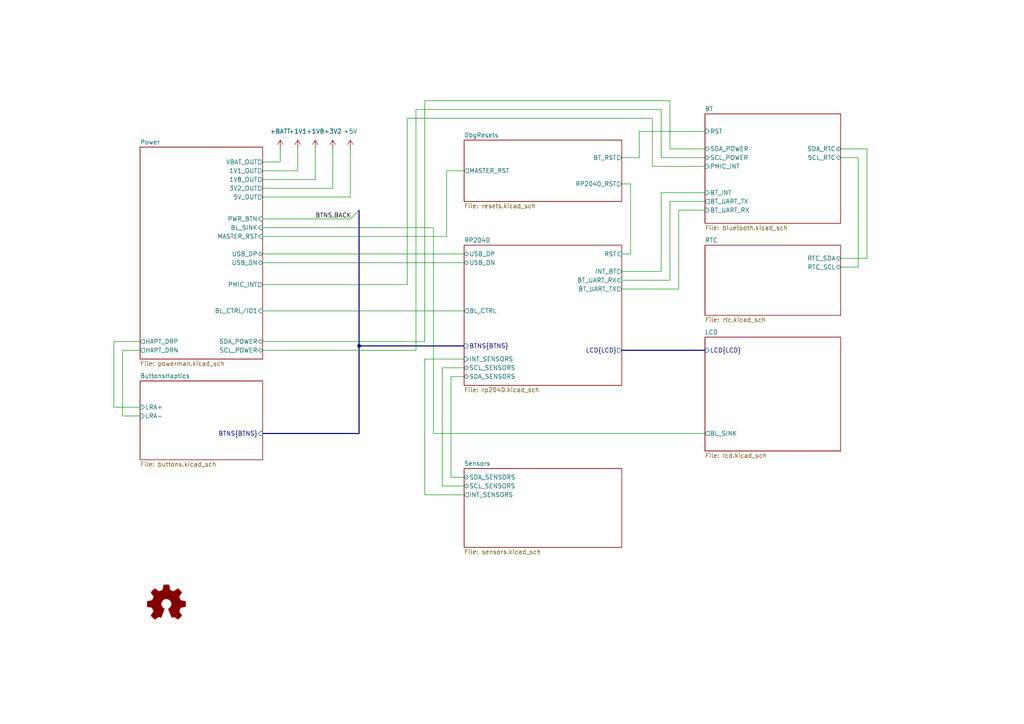
<source format=kicad_sch>
(kicad_sch (version 20211123) (generator eeschema)
  (paper "A4")
  (title_block (title "Block Diagram") (rev "A") (company "Matthew Mirvish") (comment 1 "MWatch -- a cool smartwatch"))
  (lib_symbols
    (symbol "3v2:+3V2" (power) (pin_names (offset 0))
      (property "Value" "+3V2" (at 0 3.556 0))
      (symbol "+3V2_0_1"
        (polyline (pts (xy -0.762 1.27) (xy 0 2.54)))
        (polyline (pts (xy 0 0) (xy 0 2.54)))
        (polyline (pts (xy 0 2.54) (xy 0.762 1.27)))
      )
      (symbol "+3V2_1_1"
        (pin power_in line (at 0 0 90) (length 0) hide (name "+3V2") (number "1"))
      )
    )
    (symbol "Graphic:Logo_Open_Hardware_Small" (pin_names (offset 1.016))
      (symbol "Logo_Open_Hardware_Small_0_1"
        (polyline (pts (xy 3.3528 -4.3434) (xy 3.302 -4.318) (xy 3.175 -4.2418) (xy 2.9972 -4.1148) (xy 2.7686 -3.9624) (xy 2.54 -3.81) (xy 2.3622 -3.7084) (xy 2.2352 -3.6068) (xy 2.1844 -3.5814) (xy 2.159 -3.6068) (xy 2.0574 -3.6576) (xy 1.905 -3.7338) (xy 1.8034 -3.7846) (xy 1.6764 -3.8354) (xy 1.6002 -3.8354) (xy 1.6002 -3.8354) (xy 1.5494 -3.7338) (xy 1.4732 -3.5306) (xy 1.3462 -3.302) (xy 1.2446 -3.0226) (xy 1.1176 -2.7178) (xy 0.9652 -2.413) (xy 0.8636 -2.1082) (xy 0.7366 -1.8288) (xy 0.6604 -1.6256) (xy 0.6096 -1.4732) (xy 0.5842 -1.397) (xy 0.5842 -1.397) (xy 0.6604 -1.3208) (xy 0.7874 -1.2446) (xy 1.0414 -1.016) (xy 1.2954 -0.6858) (xy 1.4478 -0.3302) (xy 1.524 0.0762) (xy 1.4732 0.4572) (xy 1.3208 0.8128) (xy 1.0668 1.143) (xy 0.762 1.3716) (xy 0.4064 1.524) (xy 0 1.5748) (xy -0.381 1.5494) (xy -0.7366 1.397) (xy -1.0668 1.143) (xy -1.2192 0.9906) (xy -1.397 0.6604) (xy -1.524 0.3048) (xy -1.524 0.2286) (xy -1.4986 -0.1778) (xy -1.397 -0.5334) (xy -1.1938 -0.8636) (xy -0.9144 -1.143) (xy -0.8636 -1.1684) (xy -0.7366 -1.27) (xy -0.635 -1.3462) (xy -0.5842 -1.397) (xy -1.0668 -2.5908) (xy -1.143 -2.794) (xy -1.2954 -3.1242) (xy -1.397 -3.4036) (xy -1.4986 -3.6322) (xy -1.5748 -3.7846) (xy -1.6002 -3.8354) (xy -1.6002 -3.8354) (xy -1.651 -3.8354) (xy -1.7272 -3.81) (xy -1.905 -3.7338) (xy -2.0066 -3.683) (xy -2.1336 -3.6068) (xy -2.2098 -3.5814) (xy -2.2606 -3.6068) (xy -2.3622 -3.683) (xy -2.54 -3.81) (xy -2.7686 -3.9624) (xy -2.9718 -4.0894) (xy -3.1496 -4.2164) (xy -3.302 -4.318) (xy -3.3528 -4.3434) (xy -3.3782 -4.3434) (xy -3.429 -4.318) (xy -3.5306 -4.2164) (xy -3.7084 -4.064) (xy -3.937 -3.8354) (xy -3.9624 -3.81) (xy -4.1656 -3.6068) (xy -4.318 -3.4544) (xy -4.4196 -3.3274) (xy -4.445 -3.2766) (xy -4.445 -3.2766) (xy -4.4196 -3.2258) (xy -4.318 -3.0734) (xy -4.2164 -2.8956) (xy -4.064 -2.667) (xy -3.6576 -2.0828) (xy -3.8862 -1.5494) (xy -3.937 -1.3716) (xy -4.0386 -1.1684) (xy -4.0894 -1.0414) (xy -4.1148 -0.9652) (xy -4.191 -0.9398) (xy -4.318 -0.9144) (xy -4.5466 -0.8636) (xy -4.8006 -0.8128) (xy -5.0546 -0.7874) (xy -5.2578 -0.7366) (xy -5.4356 -0.7112) (xy -5.5118 -0.6858) (xy -5.5118 -0.6858) (xy -5.5372 -0.635) (xy -5.5372 -0.5588) (xy -5.5372 -0.4318) (xy -5.5626 -0.2286) (xy -5.5626 0.0762) (xy -5.5626 0.127) (xy -5.5372 0.4064) (xy -5.5372 0.635) (xy -5.5372 0.762) (xy -5.5372 0.8382) (xy -5.5372 0.8382) (xy -5.461 0.8382) (xy -5.3086 0.889) (xy -5.08 0.9144) (xy -4.826 0.9652) (xy -4.8006 0.9906) (xy -4.5466 1.0414) (xy -4.318 1.0668) (xy -4.1656 1.1176) (xy -4.0894 1.143) (xy -4.0894 1.143) (xy -4.0386 1.2446) (xy -3.9624 1.4224) (xy -3.8608 1.6256) (xy -3.7846 1.8288) (xy -3.7084 2.0066) (xy -3.6576 2.159) (xy -3.6322 2.2098) (xy -3.6322 2.2098) (xy -3.683 2.286) (xy -3.7592 2.413) (xy -3.8862 2.5908) (xy -4.064 2.8194) (xy -4.064 2.8448) (xy -4.2164 3.0734) (xy -4.3434 3.2512) (xy -4.4196 3.3782) (xy -4.445 3.4544) (xy -4.445 3.4544) (xy -4.3942 3.5052) (xy -4.2926 3.6322) (xy -4.1148 3.81) (xy -3.937 4.0132) (xy -3.8608 4.064) (xy -3.6576 4.2926) (xy -3.5052 4.4196) (xy -3.4036 4.4958) (xy -3.3528 4.5212) (xy -3.3528 4.5212) (xy -3.302 4.4704) (xy -3.1496 4.3688) (xy -2.9718 4.2418) (xy -2.7432 4.0894) (xy -2.7178 4.0894) (xy -2.4892 3.937) (xy -2.3114 3.81) (xy -2.1844 3.7084) (xy -2.1336 3.683) (xy -2.1082 3.683) (xy -2.032 3.7084) (xy -1.8542 3.7592) (xy -1.6764 3.8354) (xy -1.4732 3.937) (xy -1.27 4.0132) (xy -1.143 4.064) (xy -1.0668 4.1148) (xy -1.0668 4.1148) (xy -1.0414 4.191) (xy -1.016 4.3434) (xy -0.9652 4.572) (xy -0.9144 4.8514) (xy -0.889 4.9022) (xy -0.8382 5.1562) (xy -0.8128 5.3848) (xy -0.7874 5.5372) (xy -0.762 5.588) (xy -0.7112 5.6134) (xy -0.5842 5.6134) (xy -0.4064 5.6134) (xy -0.1524 5.6134) (xy 0.0762 5.6134) (xy 0.3302 5.6134) (xy 0.5334 5.6134) (xy 0.6858 5.588) (xy 0.7366 5.588) (xy 0.7366 5.588) (xy 0.762 5.5118) (xy 0.8128 5.334) (xy 0.8382 5.1054) (xy 0.9144 4.826) (xy 0.9144 4.7752) (xy 0.9652 4.5212) (xy 1.016 4.2926) (xy 1.0414 4.1402) (xy 1.0668 4.0894) (xy 1.0668 4.0894) (xy 1.1938 4.0386) (xy 1.3716 3.9624) (xy 1.5748 3.8608) (xy 2.0828 3.6576) (xy 2.7178 4.0894) (xy 2.7686 4.1402) (xy 2.9972 4.2926) (xy 3.175 4.4196) (xy 3.302 4.4958) (xy 3.3782 4.5212) (xy 3.3782 4.5212) (xy 3.429 4.4704) (xy 3.556 4.3434) (xy 3.7338 4.191) (xy 3.9116 3.9878) (xy 4.064 3.8354) (xy 4.2418 3.6576) (xy 4.3434 3.556) (xy 4.4196 3.4798) (xy 4.4196 3.429) (xy 4.4196 3.4036) (xy 4.3942 3.3274) (xy 4.2926 3.2004) (xy 4.1656 2.9972) (xy 4.0132 2.794) (xy 3.8862 2.5908) (xy 3.7592 2.3876) (xy 3.6576 2.2352) (xy 3.6322 2.159) (xy 3.6322 2.1336) (xy 3.683 2.0066) (xy 3.7592 1.8288) (xy 3.8608 1.6002) (xy 4.064 1.1176) (xy 4.3942 1.0414) (xy 4.5974 1.016) (xy 4.8768 0.9652) (xy 5.1308 0.9144) (xy 5.5372 0.8382) (xy 5.5626 -0.6604) (xy 5.4864 -0.6858) (xy 5.4356 -0.6858) (xy 5.2832 -0.7366) (xy 5.0546 -0.762) (xy 4.8006 -0.8128) (xy 4.5974 -0.8636) (xy 4.3688 -0.9144) (xy 4.2164 -0.9398) (xy 4.1402 -0.9398) (xy 4.1148 -0.9652) (xy 4.064 -1.0668) (xy 3.9878 -1.2446) (xy 3.9116 -1.4478) (xy 3.81 -1.651) (xy 3.7338 -1.8542) (xy 3.683 -2.0066) (xy 3.6576 -2.0828) (xy 3.683 -2.1336) (xy 3.7846 -2.2606) (xy 3.8862 -2.4638) (xy 4.0386 -2.667) (xy 4.191 -2.8956) (xy 4.318 -3.0734) (xy 4.3942 -3.2004) (xy 4.445 -3.2766) (xy 4.4196 -3.3274) (xy 4.3434 -3.429) (xy 4.1656 -3.5814) (xy 3.937 -3.8354) (xy 3.8862 -3.8608) (xy 3.683 -4.064) (xy 3.5306 -4.2164) (xy 3.4036 -4.318) (xy 3.3528 -4.3434)) (fill (type outline)))
      )
    )
    (symbol "power:+1V1" (power) (pin_names (offset 0))
      (property "Value" "+1V1" (at 0 3.556 0))
      (symbol "+1V1_0_1"
        (polyline (pts (xy -0.762 1.27) (xy 0 2.54)))
        (polyline (pts (xy 0 0) (xy 0 2.54)))
        (polyline (pts (xy 0 2.54) (xy 0.762 1.27)))
      )
      (symbol "+1V1_1_1"
        (pin power_in line (at 0 0 90) (length 0) hide (name "+1V1") (number "1"))
      )
    )
    (symbol "power:+1V8" (power) (pin_names (offset 0))
      (property "Value" "+1V8" (at 0 3.556 0))
      (symbol "+1V8_0_1"
        (polyline (pts (xy -0.762 1.27) (xy 0 2.54)))
        (polyline (pts (xy 0 0) (xy 0 2.54)))
        (polyline (pts (xy 0 2.54) (xy 0.762 1.27)))
      )
      (symbol "+1V8_1_1"
        (pin power_in line (at 0 0 90) (length 0) hide (name "+1V8") (number "1"))
      )
    )
    (symbol "power:+5V" (power) (pin_names (offset 0))
      (property "Value" "+5V" (at 0 3.556 0))
      (symbol "+5V_0_1"
        (polyline (pts (xy -0.762 1.27) (xy 0 2.54)))
        (polyline (pts (xy 0 0) (xy 0 2.54)))
        (polyline (pts (xy 0 2.54) (xy 0.762 1.27)))
      )
      (symbol "+5V_1_1"
        (pin power_in line (at 0 0 90) (length 0) hide (name "+5V") (number "1"))
      )
    )
    (symbol "power:+BATT" (power) (pin_names (offset 0))
      (property "Value" "+BATT" (at 0 3.556 0))
      (symbol "+BATT_0_1"
        (polyline (pts (xy -0.762 1.27) (xy 0 2.54)))
        (polyline (pts (xy 0 0) (xy 0 2.54)))
        (polyline (pts (xy 0 2.54) (xy 0.762 1.27)))
      )
      (symbol "+BATT_1_1"
        (pin power_in line (at 0 0 90) (length 0) hide (name "+BATT") (number "1"))
      )
    )
  )
  (junction (at 104.14 100.33))
  (bus_entry (at 104.14 60.96) (size -2.54 2.54))
  (wire (pts (xy 81.28 46.99) (xy 81.28 43.18)))
  (wire (pts (xy 76.2 63.5) (xy 101.6 63.5)))
  (wire (pts (xy 251.46 74.93) (xy 243.84 74.93)))
  (wire (pts (xy 129.54 68.58) (xy 129.54 49.53)))
  (wire (pts (xy 91.44 52.07) (xy 91.44 43.18)))
  (wire (pts (xy 130.81 138.43) (xy 134.62 138.43)))
  (bus (pts (xy 104.14 60.96) (xy 104.14 100.33)))
  (wire (pts (xy 204.47 60.96) (xy 196.85 60.96)))
  (wire (pts (xy 180.34 81.28) (xy 194.31 81.28)))
  (wire (pts (xy 123.19 143.51) (xy 123.19 104.14)))
  (wire (pts (xy 76.2 66.04) (xy 125.73 66.04)))
  (wire (pts (xy 76.2 46.99) (xy 81.28 46.99)))
  (wire (pts (xy 35.56 101.6) (xy 35.56 120.65)))
  (wire (pts (xy 33.02 118.11) (xy 40.64 118.11)))
  (wire (pts (xy 101.6 57.15) (xy 101.6 43.18)))
  (wire (pts (xy 194.31 29.21) (xy 123.19 29.21)))
  (wire (pts (xy 118.11 34.29) (xy 118.11 82.55)))
  (wire (pts (xy 40.64 101.6) (xy 35.56 101.6)))
  (wire (pts (xy 191.77 45.72) (xy 204.47 45.72)))
  (wire (pts (xy 76.2 76.2) (xy 134.62 76.2)))
  (wire (pts (xy 194.31 81.28) (xy 194.31 58.42)))
  (wire (pts (xy 128.27 140.97) (xy 128.27 106.68)))
  (wire (pts (xy 248.92 77.47) (xy 243.84 77.47)))
  (wire (pts (xy 194.31 43.18) (xy 194.31 29.21)))
  (bus (pts (xy 134.62 100.33) (xy 104.14 100.33)))
  (wire (pts (xy 185.42 38.1) (xy 204.47 38.1)))
  (wire (pts (xy 96.52 54.61) (xy 76.2 54.61)))
  (wire (pts (xy 123.19 99.06) (xy 76.2 99.06)))
  (wire (pts (xy 128.27 106.68) (xy 134.62 106.68)))
  (wire (pts (xy 185.42 45.72) (xy 180.34 45.72)))
  (wire (pts (xy 248.92 45.72) (xy 248.92 77.47)))
  (wire (pts (xy 191.77 78.74) (xy 180.34 78.74)))
  (wire (pts (xy 76.2 68.58) (xy 129.54 68.58)))
  (wire (pts (xy 76.2 52.07) (xy 91.44 52.07)))
  (wire (pts (xy 182.88 73.66) (xy 182.88 53.34)))
  (wire (pts (xy 118.11 82.55) (xy 76.2 82.55)))
  (wire (pts (xy 35.56 120.65) (xy 40.64 120.65)))
  (wire (pts (xy 130.81 109.22) (xy 130.81 138.43)))
  (wire (pts (xy 191.77 31.75) (xy 191.77 45.72)))
  (wire (pts (xy 243.84 43.18) (xy 251.46 43.18)))
  (wire (pts (xy 180.34 73.66) (xy 182.88 73.66)))
  (wire (pts (xy 86.36 43.18) (xy 86.36 49.53)))
  (wire (pts (xy 196.85 60.96) (xy 196.85 83.82)))
  (wire (pts (xy 120.65 31.75) (xy 120.65 101.6)))
  (wire (pts (xy 251.46 43.18) (xy 251.46 74.93)))
  (wire (pts (xy 86.36 49.53) (xy 76.2 49.53)))
  (wire (pts (xy 204.47 43.18) (xy 194.31 43.18)))
  (wire (pts (xy 204.47 55.88) (xy 191.77 55.88)))
  (bus (pts (xy 104.14 100.33) (xy 104.14 125.73)))
  (wire (pts (xy 134.62 109.22) (xy 130.81 109.22)))
  (wire (pts (xy 189.23 34.29) (xy 118.11 34.29)))
  (wire (pts (xy 76.2 90.17) (xy 134.62 90.17)))
  (wire (pts (xy 76.2 57.15) (xy 101.6 57.15)))
  (wire (pts (xy 204.47 48.26) (xy 189.23 48.26)))
  (wire (pts (xy 129.54 49.53) (xy 134.62 49.53)))
  (wire (pts (xy 120.65 31.75) (xy 191.77 31.75)))
  (wire (pts (xy 134.62 140.97) (xy 128.27 140.97)))
  (wire (pts (xy 40.64 99.06) (xy 33.02 99.06)))
  (wire (pts (xy 134.62 143.51) (xy 123.19 143.51)))
  (wire (pts (xy 125.73 125.73) (xy 204.47 125.73)))
  (wire (pts (xy 125.73 66.04) (xy 125.73 125.73)))
  (bus (pts (xy 76.2 125.73) (xy 104.14 125.73)))
  (wire (pts (xy 33.02 99.06) (xy 33.02 118.11)))
  (wire (pts (xy 76.2 101.6) (xy 120.65 101.6)))
  (wire (pts (xy 189.23 48.26) (xy 189.23 34.29)))
  (wire (pts (xy 96.52 43.18) (xy 96.52 54.61)))
  (wire (pts (xy 76.2 73.66) (xy 134.62 73.66)))
  (wire (pts (xy 185.42 38.1) (xy 185.42 45.72)))
  (wire (pts (xy 191.77 55.88) (xy 191.77 78.74)))
  (wire (pts (xy 123.19 29.21) (xy 123.19 99.06)))
  (wire (pts (xy 243.84 45.72) (xy 248.92 45.72)))
  (wire (pts (xy 123.19 104.14) (xy 134.62 104.14)))
  (wire (pts (xy 182.88 53.34) (xy 180.34 53.34)))
  (bus (pts (xy 180.34 101.6) (xy 204.47 101.6)))
  (wire (pts (xy 194.31 58.42) (xy 204.47 58.42)))
  (wire (pts (xy 196.85 83.82) (xy 180.34 83.82)))
  (label "BTNS.BACK" (at 91.44 63.5 0))
  (symbol (lib_id "power:+1V8") (at 91.44 43.18 0) (unit 1)
    (property "Reference" "#PWR03" (effects hide))
    (property "Value" "+1V8" (at 91.44 38.1 0))
  )
  (symbol (lib_id "power:+1V1") (at 86.36 43.18 0) (unit 1)
    (property "Reference" "#PWR02" (effects hide))
    (property "Value" "+1V1" (at 86.36 38.1 0))
  )
  (symbol (lib_id "3v2:+3V2") (at 96.52 43.18 0) (unit 1)
    (property "Reference" "#PWR04" (effects hide))
    (property "Value" "+3V2" (at 96.52 38.1 0))
  )
  (symbol (lib_id "Graphic:Logo_Open_Hardware_Small") (at 48.26 175.26 0) (unit 1)
    (property "Reference" "#LOGO1" (effects hide))
    (property "Value" "Logo_Open_Hardware_Small" (effects hide))
  )
  (symbol (lib_id "power:+5V") (at 101.6 43.18 0) (unit 1)
    (property "Reference" "#PWR05" (effects hide))
    (property "Value" "+5V" (at 101.6 38.1 0))
  )
  (symbol (lib_id "power:+BATT") (at 81.28 43.18 0) (unit 1)
    (property "Reference" "#PWR01" (effects hide))
    (property "Value" "+BATT" (at 81.28 38.1 0))
  )
  (sheet (at 204.47 71.12) (size 39.37 20.32) (stroke (width 0.1524))
    (property "Sheet name" "RTC" (at 204.47 70.4084 0) (effects (justify left bottom)))
    (property "Sheet file" "rtc.kicad_sch" (at 204.47 92.0246 0) (effects (justify left top)))
    (pin "RTC_SDA" bidirectional (at 243.84 74.93 0))
    (pin "RTC_SCL" bidirectional (at 243.84 77.47 0))
  )
  (sheet (at 204.47 97.79) (size 39.37 33.02) (stroke (width 0.1524))
    (property "Sheet name" "LCD" (at 204.47 97.0784 0) (effects (justify left bottom)))
    (property "Sheet file" "lcd.kicad_sch" (at 204.47 131.3946 0) (effects (justify left top)))
    (pin "LCD{LCD}" input (at 204.47 101.6 180))
    (pin "BL_SINK" output (at 204.47 125.73 180))
  )
  (sheet (at 134.62 71.12) (size 45.72 40.64) (stroke (width 0.1524))
    (property "Sheet name" "RP2040" (at 134.62 70.4084 0) (effects (justify left bottom)))
    (property "Sheet file" "rp2040.kicad_sch" (at 134.62 112.3446 0) (effects (justify left top)))
    (pin "USB_DP" bidirectional (at 134.62 73.66 180))
    (pin "USB_DN" bidirectional (at 134.62 76.2 180))
    (pin "LCD{LCD}" output (at 180.34 101.6 0))
    (pin "RST" input (at 180.34 73.66 0))
    (pin "BT_UART_RX" input (at 180.34 81.28 0))
    (pin "BT_UART_TX" output (at 180.34 83.82 0))
    (pin "SDA_SENSORS" bidirectional (at 134.62 109.22 180))
    (pin "SCL_SENSORS" bidirectional (at 134.62 106.68 180))
    (pin "BTNS{BTNS}" input (at 134.62 100.33 180))
    (pin "INT_SENSORS" input (at 134.62 104.14 180))
    (pin "BL_CTRL" output (at 134.62 90.17 180))
    (pin "INT_BT" output (at 180.34 78.74 0))
  )
  (sheet (at 40.64 110.49) (size 35.56 22.86) (stroke (width 0.1524))
    (property "Sheet name" "ButtonsHaptics" (at 40.64 109.7784 0) (effects (justify left bottom)))
    (property "Sheet file" "buttons.kicad_sch" (at 40.64 133.9346 0) (effects (justify left top)))
    (pin "BTNS{BTNS}" input (at 76.2 125.73 0))
    (pin "LRA+" input (at 40.64 118.11 180))
    (pin "LRA-" input (at 40.64 120.65 180))
  )
  (sheet (at 134.62 135.89) (size 45.72 22.86) (stroke (width 0.1524))
    (property "Sheet name" "Sensors" (at 134.62 135.1784 0) (effects (justify left bottom)))
    (property "Sheet file" "sensors.kicad_sch" (at 134.62 159.3346 0) (effects (justify left top)))
    (pin "SDA_SENSORS" bidirectional (at 134.62 138.43 180))
    (pin "SCL_SENSORS" bidirectional (at 134.62 140.97 180))
    (pin "INT_SENSORS" output (at 134.62 143.51 180))
  )
  (sheet (at 134.62 40.64) (size 45.72 17.78) (stroke (width 0.1524))
    (property "Sheet name" "DbgResets" (at 134.62 39.9284 0) (effects (justify left bottom)))
    (property "Sheet file" "resets.kicad_sch" (at 134.62 59.0046 0) (effects (justify left top)))
    (pin "MASTER_RST" output (at 134.62 49.53 180))
    (pin "RP2040_RST" output (at 180.34 53.34 0))
    (pin "BT_RST" output (at 180.34 45.72 0))
  )
  (sheet (at 40.64 42.672) (size 35.56 61.468) (stroke (width 0.1524))
    (property "Sheet name" "Power" (at 40.64 41.9604 0) (effects (justify left bottom)))
    (property "Sheet file" "powerman.kicad_sch" (at 40.64 104.7246 0) (effects (justify left top)))
    (pin "VBAT_OUT" output (at 76.2 46.99 0))
    (pin "3V2_OUT" output (at 76.2 54.61 0))
    (pin "SCL_POWER" bidirectional (at 76.2 101.6 0))
    (pin "SDA_POWER" bidirectional (at 76.2 99.06 0))
    (pin "1V1_OUT" output (at 76.2 49.53 0))
    (pin "1V8_OUT" output (at 76.2 52.07 0))
    (pin "5V_OUT" output (at 76.2 57.15 0))
    (pin "USB_DN" bidirectional (at 76.2 76.2 0))
    (pin "USB_DP" bidirectional (at 76.2 73.66 0))
    (pin "PWR_BTN" input (at 76.2 63.5 0))
    (pin "BL_SINK" input (at 76.2 66.04 0))
    (pin "MASTER_RST" input (at 76.2 68.58 0))
    (pin "PMIC_INT" output (at 76.2 82.55 0))
    (pin "BL_CTRL{slash}IO1" input (at 76.2 90.17 0))
    (pin "HAPT_DRN" output (at 40.64 101.6 180))
    (pin "HAPT_DRP" output (at 40.64 99.06 180))
  )
  (sheet (at 204.47 33.02) (size 39.37 31.75) (stroke (width 0.1524))
    (property "Sheet name" "BT" (at 204.47 32.3084 0) (effects (justify left bottom)))
    (property "Sheet file" "bluetooth.kicad_sch" (at 204.47 65.3546 0) (effects (justify left top)))
    (pin "RST" input (at 204.47 38.1 180))
    (pin "BT_UART_RX" input (at 204.47 60.96 180))
    (pin "BT_UART_TX" output (at 204.47 58.42 180))
    (pin "SDA_POWER" bidirectional (at 204.47 43.18 180))
    (pin "SCL_POWER" bidirectional (at 204.47 45.72 180))
    (pin "PMIC_INT" input (at 204.47 48.26 180))
    (pin "BT_INT" input (at 204.47 55.88 180))
    (pin "SDA_RTC" bidirectional (at 243.84 43.18 0))
    (pin "SCL_RTC" bidirectional (at 243.84 45.72 0))
  )
)
</source>
